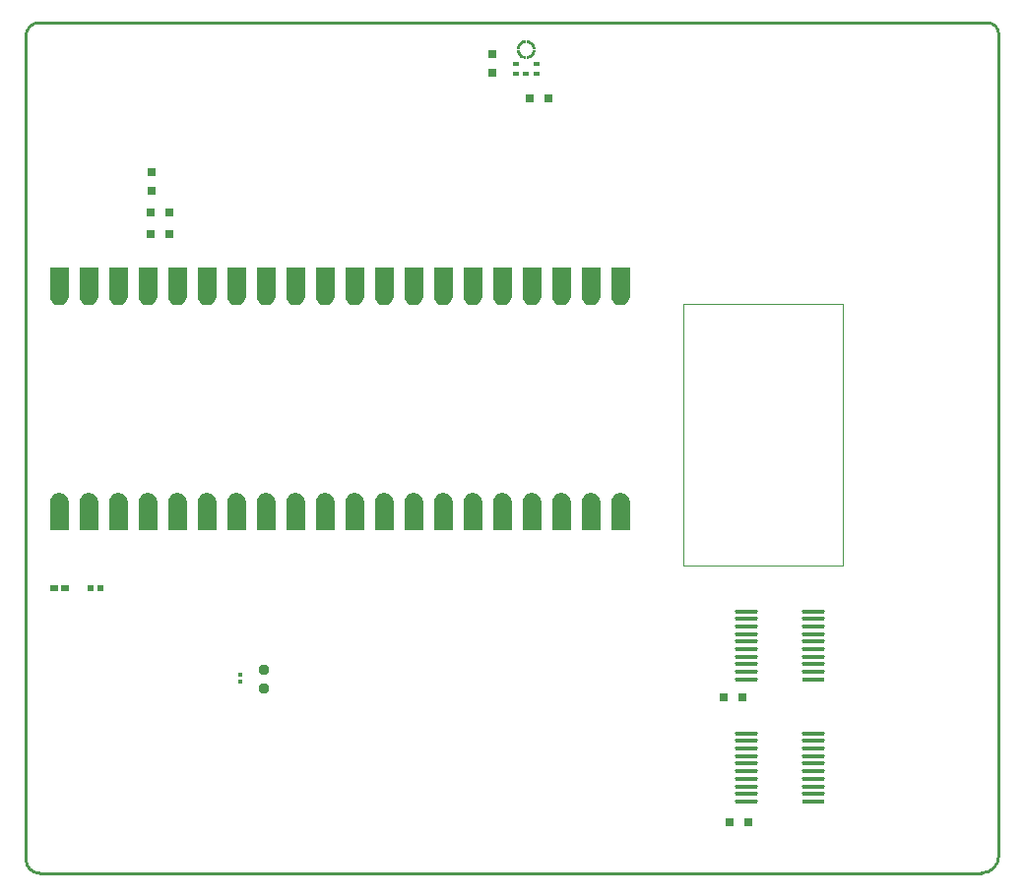
<source format=gtp>
G04*
G04 #@! TF.GenerationSoftware,Altium Limited,Altium Designer,25.8.1 (18)*
G04*
G04 Layer_Color=8421504*
%FSLAX24Y24*%
%MOIN*%
G70*
G04*
G04 #@! TF.SameCoordinates,E7C4B6EF-679D-40F3-B346-0123BADFF20E*
G04*
G04*
G04 #@! TF.FilePolarity,Positive*
G04*
G01*
G75*
%ADD13C,0.0100*%
%ADD17C,0.0039*%
%ADD18R,0.0197X0.0166*%
%ADD19R,0.0770X0.0166*%
G04:AMPARAMS|DCode=20|XSize=77mil|YSize=16.6mil|CornerRadius=8.3mil|HoleSize=0mil|Usage=FLASHONLY|Rotation=180.000|XOffset=0mil|YOffset=0mil|HoleType=Round|Shape=RoundedRectangle|*
%AMROUNDEDRECTD20*
21,1,0.0770,0.0000,0,0,180.0*
21,1,0.0604,0.0166,0,0,180.0*
1,1,0.0166,-0.0302,0.0000*
1,1,0.0166,0.0302,0.0000*
1,1,0.0166,0.0302,0.0000*
1,1,0.0166,-0.0302,0.0000*
%
%ADD20ROUNDEDRECTD20*%
%ADD21R,0.0315X0.0315*%
%ADD22R,0.0394X0.0984*%
%ADD23R,0.0220X0.0200*%
G04:AMPARAMS|DCode=24|XSize=31.5mil|YSize=31.5mil|CornerRadius=7.9mil|HoleSize=0mil|Usage=FLASHONLY|Rotation=270.000|XOffset=0mil|YOffset=0mil|HoleType=Round|Shape=RoundedRectangle|*
%AMROUNDEDRECTD24*
21,1,0.0315,0.0157,0,0,270.0*
21,1,0.0157,0.0315,0,0,270.0*
1,1,0.0157,-0.0079,-0.0079*
1,1,0.0157,-0.0079,0.0079*
1,1,0.0157,0.0079,0.0079*
1,1,0.0157,0.0079,-0.0079*
%
%ADD24ROUNDEDRECTD24*%
%ADD25R,0.0118X0.0165*%
G04:AMPARAMS|DCode=26|XSize=98.4mil|YSize=39.4mil|CornerRadius=4.9mil|HoleSize=0mil|Usage=FLASHONLY|Rotation=90.000|XOffset=0mil|YOffset=0mil|HoleType=Round|Shape=RoundedRectangle|*
%AMROUNDEDRECTD26*
21,1,0.0984,0.0295,0,0,90.0*
21,1,0.0886,0.0394,0,0,90.0*
1,1,0.0098,0.0148,0.0443*
1,1,0.0098,0.0148,-0.0443*
1,1,0.0098,-0.0148,-0.0443*
1,1,0.0098,-0.0148,0.0443*
%
%ADD26ROUNDEDRECTD26*%
%ADD27R,0.0276X0.0197*%
%ADD28R,0.0315X0.0315*%
G36*
X15374Y26662D02*
X15374D01*
X15374D01*
D01*
D02*
G37*
G36*
X15403Y26660D02*
X15459Y26646D01*
X15512Y26622D01*
X15560Y26589D01*
X15601Y26548D01*
X15634Y26500D01*
X15658Y26448D01*
X15672Y26391D01*
X15674Y26362D01*
X15575Y26362D01*
Y26362D01*
Y26362D01*
X15568Y26400D01*
X15536Y26470D01*
X15481Y26524D01*
X15412Y26556D01*
X15374Y26563D01*
X15374Y26662D01*
X15403Y26660D01*
D02*
G37*
G36*
X15335Y26563D02*
X15297Y26556D01*
X15227Y26524D01*
X15173Y26470D01*
X15141Y26400D01*
X15134Y26362D01*
Y26362D01*
Y26362D01*
X15035Y26362D01*
X15037Y26391D01*
X15051Y26448D01*
X15075Y26500D01*
X15108Y26548D01*
X15149Y26589D01*
X15196Y26622D01*
X15249Y26646D01*
X15306Y26660D01*
X15335Y26662D01*
X15335Y26662D01*
X15335Y26563D01*
D02*
G37*
G36*
X15674Y26323D02*
X15672Y26294D01*
X15658Y26238D01*
X15634Y26185D01*
X15601Y26137D01*
X15560Y26096D01*
X15512Y26063D01*
X15459Y26039D01*
X15403Y26025D01*
X15374Y26023D01*
X15374Y26023D01*
X15374Y26122D01*
X15412Y26129D01*
X15481Y26161D01*
X15536Y26215D01*
X15568Y26285D01*
X15575Y26323D01*
X15575D01*
Y26323D01*
X15674Y26323D01*
D02*
G37*
G36*
X15134D02*
X15141Y26285D01*
X15173Y26215D01*
X15227Y26161D01*
X15297Y26129D01*
X15335Y26122D01*
X15335Y26023D01*
X15335Y26023D01*
X15306Y26025D01*
X15249Y26039D01*
X15196Y26063D01*
X15149Y26096D01*
X15108Y26137D01*
X15075Y26185D01*
X15051Y26238D01*
X15037Y26294D01*
X15035Y26323D01*
X15134Y26323D01*
X15134Y26323D01*
D02*
G37*
G36*
X18868Y17993D02*
Y17951D01*
X18846Y17871D01*
X18805Y17800D01*
X18746Y17741D01*
X18674Y17699D01*
X18594Y17678D01*
X18511D01*
X18431Y17699D01*
X18359Y17741D01*
X18301Y17800D01*
X18259Y17871D01*
X18238Y17951D01*
X18238Y17993D01*
Y18938D01*
X18868D01*
Y17993D01*
D02*
G37*
G36*
X17868D02*
Y17951D01*
X17846Y17871D01*
X17805Y17800D01*
X17746Y17741D01*
X17674Y17699D01*
X17594Y17678D01*
X17511D01*
X17431Y17699D01*
X17359Y17741D01*
X17301Y17800D01*
X17259Y17871D01*
X17238Y17951D01*
X17238Y17993D01*
Y18938D01*
X17868D01*
Y17993D01*
D02*
G37*
G36*
X16868D02*
Y17951D01*
X16846Y17871D01*
X16805Y17800D01*
X16746Y17741D01*
X16674Y17699D01*
X16594Y17678D01*
X16511D01*
X16431Y17699D01*
X16359Y17741D01*
X16301Y17800D01*
X16259Y17871D01*
X16238Y17951D01*
X16238Y17993D01*
Y18938D01*
X16868D01*
Y17993D01*
D02*
G37*
G36*
X15868D02*
Y17951D01*
X15846Y17871D01*
X15805Y17800D01*
X15746Y17741D01*
X15674Y17699D01*
X15594Y17678D01*
X15511D01*
X15431Y17699D01*
X15359Y17741D01*
X15301Y17800D01*
X15259Y17871D01*
X15238Y17951D01*
X15238Y17993D01*
Y18938D01*
X15868D01*
Y17993D01*
D02*
G37*
G36*
X14868D02*
Y17951D01*
X14846Y17871D01*
X14805Y17800D01*
X14746Y17741D01*
X14674Y17699D01*
X14594Y17678D01*
X14511D01*
X14431Y17699D01*
X14359Y17741D01*
X14301Y17800D01*
X14259Y17871D01*
X14238Y17951D01*
X14238Y17993D01*
Y18938D01*
X14868D01*
Y17993D01*
D02*
G37*
G36*
X13868D02*
Y17951D01*
X13846Y17871D01*
X13805Y17800D01*
X13746Y17741D01*
X13674Y17699D01*
X13594Y17678D01*
X13511D01*
X13431Y17699D01*
X13359Y17741D01*
X13301Y17800D01*
X13259Y17871D01*
X13238Y17951D01*
X13238Y17993D01*
Y18938D01*
X13868D01*
Y17993D01*
D02*
G37*
G36*
X12868D02*
Y17951D01*
X12846Y17871D01*
X12805Y17800D01*
X12746Y17741D01*
X12674Y17699D01*
X12594Y17678D01*
X12511D01*
X12431Y17699D01*
X12359Y17741D01*
X12301Y17800D01*
X12259Y17871D01*
X12238Y17951D01*
X12238Y17993D01*
Y18938D01*
X12868D01*
Y17993D01*
D02*
G37*
G36*
X11868D02*
Y17951D01*
X11846Y17871D01*
X11805Y17800D01*
X11746Y17741D01*
X11674Y17699D01*
X11594Y17678D01*
X11511D01*
X11431Y17699D01*
X11359Y17741D01*
X11301Y17800D01*
X11259Y17871D01*
X11238Y17951D01*
X11238Y17993D01*
Y18938D01*
X11868D01*
Y17993D01*
D02*
G37*
G36*
X10868D02*
Y17951D01*
X10846Y17871D01*
X10805Y17800D01*
X10746Y17741D01*
X10674Y17699D01*
X10594Y17678D01*
X10511D01*
X10431Y17699D01*
X10359Y17741D01*
X10301Y17800D01*
X10259Y17871D01*
X10238Y17951D01*
X10238Y17993D01*
Y18938D01*
X10868D01*
Y17993D01*
D02*
G37*
G36*
X9868D02*
Y17951D01*
X9846Y17871D01*
X9805Y17800D01*
X9746Y17741D01*
X9674Y17699D01*
X9594Y17678D01*
X9511D01*
X9431Y17699D01*
X9359Y17741D01*
X9301Y17800D01*
X9259Y17871D01*
X9238Y17951D01*
X9238Y17993D01*
Y18938D01*
X9868D01*
Y17993D01*
D02*
G37*
G36*
X8868D02*
Y17951D01*
X8846Y17871D01*
X8805Y17800D01*
X8746Y17741D01*
X8674Y17699D01*
X8594Y17678D01*
X8511D01*
X8431Y17699D01*
X8359Y17741D01*
X8301Y17800D01*
X8259Y17871D01*
X8238Y17951D01*
X8238Y17993D01*
Y18938D01*
X8868D01*
Y17993D01*
D02*
G37*
G36*
X7868D02*
Y17951D01*
X7846Y17871D01*
X7805Y17800D01*
X7746Y17741D01*
X7674Y17699D01*
X7594Y17678D01*
X7511D01*
X7431Y17699D01*
X7359Y17741D01*
X7301Y17800D01*
X7259Y17871D01*
X7238Y17951D01*
X7238Y17993D01*
Y18938D01*
X7868D01*
Y17993D01*
D02*
G37*
G36*
X6868D02*
Y17951D01*
X6846Y17871D01*
X6805Y17800D01*
X6746Y17741D01*
X6674Y17699D01*
X6594Y17678D01*
X6511D01*
X6431Y17699D01*
X6359Y17741D01*
X6301Y17800D01*
X6259Y17871D01*
X6238Y17951D01*
X6238Y17993D01*
Y18938D01*
X6868D01*
Y17993D01*
D02*
G37*
G36*
X5868D02*
Y17951D01*
X5846Y17871D01*
X5805Y17800D01*
X5746Y17741D01*
X5674Y17699D01*
X5594Y17678D01*
X5511D01*
X5431Y17699D01*
X5359Y17741D01*
X5301Y17800D01*
X5259Y17871D01*
X5238Y17951D01*
X5238Y17993D01*
Y18938D01*
X5868D01*
Y17993D01*
D02*
G37*
G36*
X4868D02*
Y17951D01*
X4846Y17871D01*
X4805Y17800D01*
X4746Y17741D01*
X4674Y17699D01*
X4594Y17678D01*
X4511D01*
X4431Y17699D01*
X4359Y17741D01*
X4301Y17800D01*
X4259Y17871D01*
X4238Y17951D01*
X4238Y17993D01*
Y18938D01*
X4868D01*
Y17993D01*
D02*
G37*
G36*
X3868D02*
Y17951D01*
X3846Y17871D01*
X3805Y17800D01*
X3746Y17741D01*
X3674Y17699D01*
X3594Y17678D01*
X3511D01*
X3431Y17699D01*
X3359Y17741D01*
X3301Y17800D01*
X3259Y17871D01*
X3238Y17951D01*
X3238Y17993D01*
Y18938D01*
X3868D01*
Y17993D01*
D02*
G37*
G36*
X2868D02*
Y17951D01*
X2846Y17871D01*
X2805Y17800D01*
X2746Y17741D01*
X2674Y17699D01*
X2594Y17678D01*
X2511D01*
X2431Y17699D01*
X2359Y17741D01*
X2301Y17800D01*
X2259Y17871D01*
X2238Y17951D01*
X2238Y17993D01*
Y18938D01*
X2868D01*
Y17993D01*
D02*
G37*
G36*
X1868D02*
Y17951D01*
X1846Y17871D01*
X1805Y17800D01*
X1746Y17741D01*
X1674Y17699D01*
X1594Y17678D01*
X1511D01*
X1431Y17699D01*
X1359Y17741D01*
X1301Y17800D01*
X1259Y17871D01*
X1238Y17951D01*
X1238Y17993D01*
Y18938D01*
X1868D01*
Y17993D01*
D02*
G37*
G36*
X868D02*
Y17951D01*
X846Y17871D01*
X805Y17800D01*
X746Y17741D01*
X674Y17699D01*
X594Y17678D01*
X511D01*
X431Y17699D01*
X359Y17741D01*
X301Y17800D01*
X259Y17871D01*
X238Y17951D01*
X238Y17993D01*
Y18938D01*
X868D01*
Y17993D01*
D02*
G37*
G36*
X-132D02*
Y17951D01*
X-154Y17871D01*
X-195Y17800D01*
X-254Y17741D01*
X-326Y17699D01*
X-406Y17678D01*
X-489D01*
X-569Y17699D01*
X-641Y17741D01*
X-699Y17800D01*
X-741Y17871D01*
X-762Y17951D01*
X-762Y17993D01*
Y18938D01*
X-132D01*
Y17993D01*
D02*
G37*
G36*
X18674Y11285D02*
X18746Y11243D01*
X18805Y11185D01*
X18846Y11113D01*
X18868Y11033D01*
Y10991D01*
Y10046D01*
X18238D01*
Y10991D01*
X18238Y11033D01*
X18259Y11113D01*
X18301Y11185D01*
X18359Y11243D01*
X18431Y11285D01*
X18511Y11306D01*
X18594D01*
X18674Y11285D01*
D02*
G37*
G36*
X17674D02*
X17746Y11243D01*
X17805Y11185D01*
X17846Y11113D01*
X17868Y11033D01*
Y10991D01*
Y10046D01*
X17238D01*
Y10991D01*
X17238Y11033D01*
X17259Y11113D01*
X17301Y11185D01*
X17359Y11243D01*
X17431Y11285D01*
X17511Y11306D01*
X17594D01*
X17674Y11285D01*
D02*
G37*
G36*
X16674D02*
X16746Y11243D01*
X16805Y11185D01*
X16846Y11113D01*
X16868Y11033D01*
Y10991D01*
Y10046D01*
X16238D01*
Y10991D01*
X16238Y11033D01*
X16259Y11113D01*
X16301Y11185D01*
X16359Y11243D01*
X16431Y11285D01*
X16511Y11306D01*
X16594D01*
X16674Y11285D01*
D02*
G37*
G36*
X15674D02*
X15746Y11243D01*
X15805Y11185D01*
X15846Y11113D01*
X15868Y11033D01*
Y10991D01*
Y10046D01*
X15238D01*
Y10991D01*
X15238Y11033D01*
X15259Y11113D01*
X15301Y11185D01*
X15359Y11243D01*
X15431Y11285D01*
X15511Y11306D01*
X15594D01*
X15674Y11285D01*
D02*
G37*
G36*
X14674D02*
X14746Y11243D01*
X14805Y11185D01*
X14846Y11113D01*
X14868Y11033D01*
Y10991D01*
Y10046D01*
X14238D01*
Y10991D01*
X14238Y11033D01*
X14259Y11113D01*
X14301Y11185D01*
X14359Y11243D01*
X14431Y11285D01*
X14511Y11306D01*
X14594D01*
X14674Y11285D01*
D02*
G37*
G36*
X13674D02*
X13746Y11243D01*
X13805Y11185D01*
X13846Y11113D01*
X13868Y11033D01*
Y10991D01*
Y10046D01*
X13238D01*
Y10991D01*
X13238Y11033D01*
X13259Y11113D01*
X13301Y11185D01*
X13359Y11243D01*
X13431Y11285D01*
X13511Y11306D01*
X13594D01*
X13674Y11285D01*
D02*
G37*
G36*
X12674D02*
X12746Y11243D01*
X12805Y11185D01*
X12846Y11113D01*
X12868Y11033D01*
Y10991D01*
Y10046D01*
X12238D01*
Y10991D01*
X12238Y11033D01*
X12259Y11113D01*
X12301Y11185D01*
X12359Y11243D01*
X12431Y11285D01*
X12511Y11306D01*
X12594D01*
X12674Y11285D01*
D02*
G37*
G36*
X11674D02*
X11746Y11243D01*
X11805Y11185D01*
X11846Y11113D01*
X11868Y11033D01*
Y10991D01*
Y10046D01*
X11238D01*
Y10991D01*
X11238Y11033D01*
X11259Y11113D01*
X11301Y11185D01*
X11359Y11243D01*
X11431Y11285D01*
X11511Y11306D01*
X11594D01*
X11674Y11285D01*
D02*
G37*
G36*
X10674D02*
X10746Y11243D01*
X10805Y11185D01*
X10846Y11113D01*
X10868Y11033D01*
Y10991D01*
Y10046D01*
X10238D01*
Y10991D01*
X10238Y11033D01*
X10259Y11113D01*
X10301Y11185D01*
X10359Y11243D01*
X10431Y11285D01*
X10511Y11306D01*
X10594D01*
X10674Y11285D01*
D02*
G37*
G36*
X9674D02*
X9746Y11243D01*
X9805Y11185D01*
X9846Y11113D01*
X9868Y11033D01*
Y10991D01*
Y10046D01*
X9238D01*
Y10991D01*
X9238Y11033D01*
X9259Y11113D01*
X9301Y11185D01*
X9359Y11243D01*
X9431Y11285D01*
X9511Y11306D01*
X9594D01*
X9674Y11285D01*
D02*
G37*
G36*
X8674D02*
X8746Y11243D01*
X8805Y11185D01*
X8846Y11113D01*
X8868Y11033D01*
Y10991D01*
Y10046D01*
X8238D01*
Y10991D01*
X8238Y11033D01*
X8259Y11113D01*
X8301Y11185D01*
X8359Y11243D01*
X8431Y11285D01*
X8511Y11306D01*
X8594D01*
X8674Y11285D01*
D02*
G37*
G36*
X7674D02*
X7746Y11243D01*
X7805Y11185D01*
X7846Y11113D01*
X7868Y11033D01*
Y10991D01*
Y10046D01*
X7238D01*
Y10991D01*
X7238Y11033D01*
X7259Y11113D01*
X7301Y11185D01*
X7359Y11243D01*
X7431Y11285D01*
X7511Y11306D01*
X7594D01*
X7674Y11285D01*
D02*
G37*
G36*
X6674D02*
X6746Y11243D01*
X6805Y11185D01*
X6846Y11113D01*
X6868Y11033D01*
Y10991D01*
Y10046D01*
X6238D01*
Y10991D01*
X6238Y11033D01*
X6259Y11113D01*
X6301Y11185D01*
X6359Y11243D01*
X6431Y11285D01*
X6511Y11306D01*
X6594D01*
X6674Y11285D01*
D02*
G37*
G36*
X5674D02*
X5746Y11243D01*
X5805Y11185D01*
X5846Y11113D01*
X5868Y11033D01*
Y10991D01*
Y10046D01*
X5238D01*
Y10991D01*
X5238Y11033D01*
X5259Y11113D01*
X5301Y11185D01*
X5359Y11243D01*
X5431Y11285D01*
X5511Y11306D01*
X5594D01*
X5674Y11285D01*
D02*
G37*
G36*
X4674D02*
X4746Y11243D01*
X4805Y11185D01*
X4846Y11113D01*
X4868Y11033D01*
Y10991D01*
Y10046D01*
X4238D01*
Y10991D01*
X4238Y11033D01*
X4259Y11113D01*
X4301Y11185D01*
X4359Y11243D01*
X4431Y11285D01*
X4511Y11306D01*
X4594D01*
X4674Y11285D01*
D02*
G37*
G36*
X3674D02*
X3746Y11243D01*
X3805Y11185D01*
X3846Y11113D01*
X3868Y11033D01*
Y10991D01*
Y10046D01*
X3238D01*
Y10991D01*
X3238Y11033D01*
X3259Y11113D01*
X3301Y11185D01*
X3359Y11243D01*
X3431Y11285D01*
X3511Y11306D01*
X3594D01*
X3674Y11285D01*
D02*
G37*
G36*
X2674D02*
X2746Y11243D01*
X2805Y11185D01*
X2846Y11113D01*
X2868Y11033D01*
Y10991D01*
Y10046D01*
X2238D01*
Y10991D01*
X2238Y11033D01*
X2259Y11113D01*
X2301Y11185D01*
X2359Y11243D01*
X2431Y11285D01*
X2511Y11306D01*
X2594D01*
X2674Y11285D01*
D02*
G37*
G36*
X1674D02*
X1746Y11243D01*
X1805Y11185D01*
X1846Y11113D01*
X1868Y11033D01*
Y10991D01*
Y10046D01*
X1238D01*
Y10991D01*
X1238Y11033D01*
X1259Y11113D01*
X1301Y11185D01*
X1359Y11243D01*
X1431Y11285D01*
X1511Y11306D01*
X1594D01*
X1674Y11285D01*
D02*
G37*
G36*
X674D02*
X746Y11243D01*
X805Y11185D01*
X846Y11113D01*
X868Y11033D01*
Y10991D01*
Y10046D01*
X238D01*
Y10991D01*
X238Y11033D01*
X259Y11113D01*
X301Y11185D01*
X359Y11243D01*
X431Y11285D01*
X511Y11306D01*
X594D01*
X674Y11285D01*
D02*
G37*
G36*
X-326D02*
X-254Y11243D01*
X-195Y11185D01*
X-154Y11113D01*
X-132Y11033D01*
Y10991D01*
Y10046D01*
X-762D01*
Y10991D01*
X-762Y11033D01*
X-741Y11113D01*
X-699Y11185D01*
X-641Y11243D01*
X-569Y11285D01*
X-489Y11306D01*
X-406D01*
X-326Y11285D01*
D02*
G37*
D13*
X30787Y-1571D02*
G03*
X31359Y-999I0J572D01*
G01*
X31359Y26866D02*
G03*
X30975Y27250I-384J0D01*
G01*
X-1112Y27254D02*
G03*
X-1575Y26791I0J-463D01*
G01*
X-1575Y-1112D02*
G03*
X-1112Y-1575I463J0D01*
G01*
X31359Y-999D02*
X31359Y26866D01*
X30906Y27254D02*
X30975Y27250D01*
X-1112Y27254D02*
X30906Y27254D01*
X-1113Y-1575D02*
X30787Y-1575D01*
X-1575Y26791D02*
X-1575Y-1112D01*
D17*
X20669Y8858D02*
X26083D01*
X20669D02*
Y17717D01*
X26083Y8858D02*
Y17717D01*
X20669D02*
X26083D01*
D18*
X15709Y25850D02*
D03*
X15000D02*
D03*
X15709Y25526D02*
D03*
X15354Y25526D02*
D03*
X15000Y25526D02*
D03*
D19*
X25069Y4990D02*
D03*
Y856D02*
D03*
D20*
Y5246D02*
D03*
Y5502D02*
D03*
Y5758D02*
D03*
Y6014D02*
D03*
Y6270D02*
D03*
Y6781D02*
D03*
Y7037D02*
D03*
Y7293D02*
D03*
X22805D02*
D03*
Y7037D02*
D03*
Y6270D02*
D03*
Y6014D02*
D03*
Y5758D02*
D03*
Y5502D02*
D03*
Y5246D02*
D03*
Y4990D02*
D03*
X25069Y6526D02*
D03*
X22805Y6781D02*
D03*
Y6526D02*
D03*
X25069Y1112D02*
D03*
Y1368D02*
D03*
Y1624D02*
D03*
Y1880D02*
D03*
Y2136D02*
D03*
Y2392D02*
D03*
Y2648D02*
D03*
Y2904D02*
D03*
Y3159D02*
D03*
X22805D02*
D03*
Y2904D02*
D03*
Y2648D02*
D03*
Y2392D02*
D03*
Y1368D02*
D03*
Y1112D02*
D03*
Y856D02*
D03*
Y1880D02*
D03*
Y2136D02*
D03*
Y1624D02*
D03*
D21*
X22244Y157D02*
D03*
X22874D02*
D03*
X22047Y4370D02*
D03*
X22677D02*
D03*
X3293Y20079D02*
D03*
X2663D02*
D03*
Y20824D02*
D03*
X3293D02*
D03*
X16102Y24685D02*
D03*
X15472D02*
D03*
D22*
X-441Y10579D02*
D03*
X559Y18406D02*
D03*
X5559D02*
D03*
X3559Y10579D02*
D03*
X7559Y18406D02*
D03*
X4559Y10579D02*
D03*
X559D02*
D03*
X14559Y18406D02*
D03*
X13559D02*
D03*
X10559D02*
D03*
X4559D02*
D03*
X2559Y10579D02*
D03*
X12559Y18406D02*
D03*
X8559D02*
D03*
X18559Y10579D02*
D03*
X17559D02*
D03*
X16559D02*
D03*
X15559D02*
D03*
X14559D02*
D03*
X13559D02*
D03*
X12559D02*
D03*
X11559D02*
D03*
X10559D02*
D03*
X9559D02*
D03*
X8559D02*
D03*
X7559D02*
D03*
X6559D02*
D03*
X5559D02*
D03*
X-441Y18406D02*
D03*
X1559D02*
D03*
X2559D02*
D03*
X3559D02*
D03*
X6559D02*
D03*
X9559D02*
D03*
X11559D02*
D03*
X15559D02*
D03*
X16559D02*
D03*
X17559D02*
D03*
X18559D02*
D03*
D23*
X957Y8071D02*
D03*
X617D02*
D03*
D24*
X6496Y5315D02*
D03*
Y4685D02*
D03*
D25*
X5669Y5165D02*
D03*
Y4921D02*
D03*
D26*
X1559Y10677D02*
D03*
D27*
X-256Y8071D02*
D03*
X-610D02*
D03*
D28*
X2673Y21539D02*
D03*
Y22169D02*
D03*
X14213Y26181D02*
D03*
Y25551D02*
D03*
M02*

</source>
